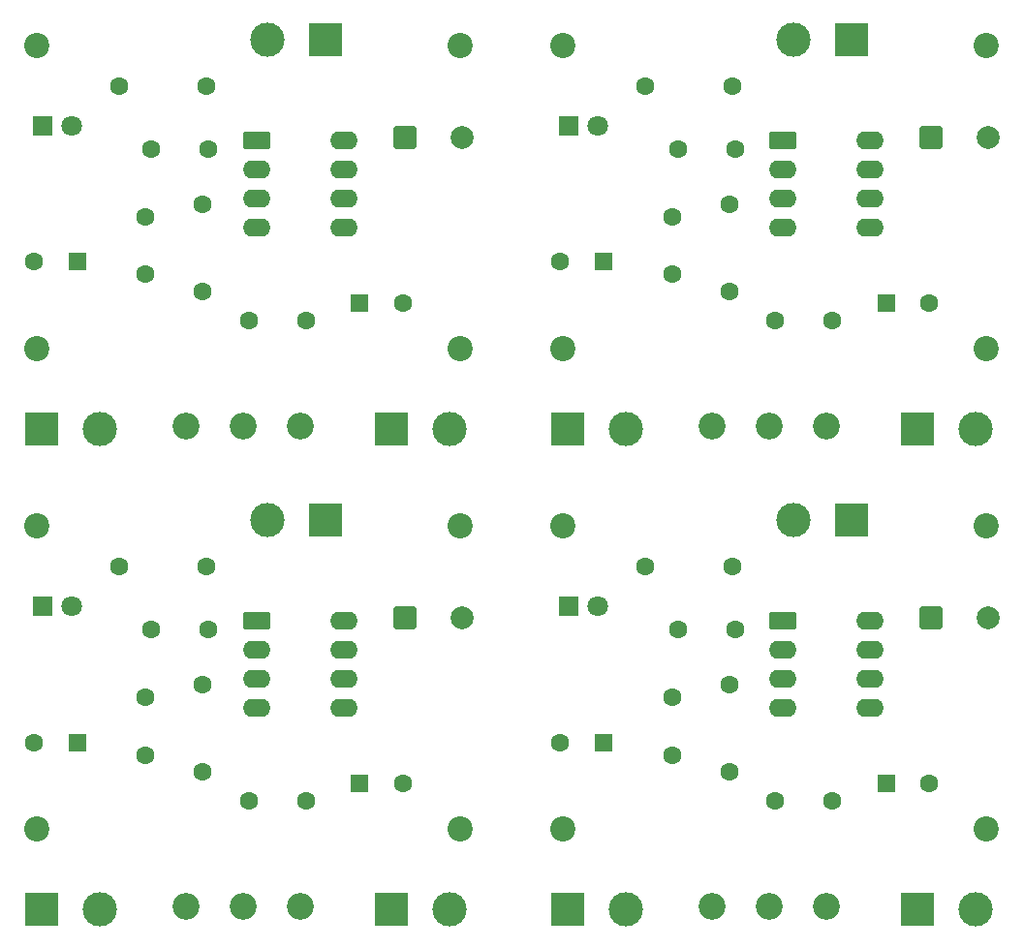
<source format=gbr>
%TF.GenerationSoftware,KiCad,Pcbnew,9.0.4*%
%TF.CreationDate,2025-08-28T09:54:46+02:00*%
%TF.ProjectId,TDA7267_2x2_panel,54444137-3236-4375-9f32-78325f70616e,rev?*%
%TF.SameCoordinates,Original*%
%TF.FileFunction,Soldermask,Top*%
%TF.FilePolarity,Negative*%
%FSLAX46Y46*%
G04 Gerber Fmt 4.6, Leading zero omitted, Abs format (unit mm)*
G04 Created by KiCad (PCBNEW 9.0.4) date 2025-08-28 09:54:46*
%MOMM*%
%LPD*%
G01*
G04 APERTURE LIST*
G04 Aperture macros list*
%AMRoundRect*
0 Rectangle with rounded corners*
0 $1 Rounding radius*
0 $2 $3 $4 $5 $6 $7 $8 $9 X,Y pos of 4 corners*
0 Add a 4 corners polygon primitive as box body*
4,1,4,$2,$3,$4,$5,$6,$7,$8,$9,$2,$3,0*
0 Add four circle primitives for the rounded corners*
1,1,$1+$1,$2,$3*
1,1,$1+$1,$4,$5*
1,1,$1+$1,$6,$7*
1,1,$1+$1,$8,$9*
0 Add four rect primitives between the rounded corners*
20,1,$1+$1,$2,$3,$4,$5,0*
20,1,$1+$1,$4,$5,$6,$7,0*
20,1,$1+$1,$6,$7,$8,$9,0*
20,1,$1+$1,$8,$9,$2,$3,0*%
G04 Aperture macros list end*
%ADD10RoundRect,0.250000X-0.950000X-0.550000X0.950000X-0.550000X0.950000X0.550000X-0.950000X0.550000X0*%
%ADD11O,2.400000X1.600000*%
%ADD12C,2.200000*%
%ADD13RoundRect,0.250000X-0.550000X-0.550000X0.550000X-0.550000X0.550000X0.550000X-0.550000X0.550000X0*%
%ADD14C,1.600000*%
%ADD15RoundRect,0.250000X0.550000X0.550000X-0.550000X0.550000X-0.550000X-0.550000X0.550000X-0.550000X0*%
%ADD16RoundRect,0.250000X-0.750000X-0.750000X0.750000X-0.750000X0.750000X0.750000X-0.750000X0.750000X0*%
%ADD17C,2.000000*%
%ADD18R,1.800000X1.800000*%
%ADD19C,1.800000*%
%ADD20R,3.000000X3.000000*%
%ADD21C,3.000000*%
%ADD22C,2.340000*%
G04 APERTURE END LIST*
D10*
%TO.C,U1*%
X94190000Y-82300000D03*
D11*
X94190000Y-84840000D03*
X94190000Y-87380000D03*
X94190000Y-89920000D03*
X101810000Y-89920000D03*
X101810000Y-87380000D03*
X101810000Y-84840000D03*
X101810000Y-82300000D03*
%TD*%
D12*
%TO.C,H4*%
X112000000Y-100550000D03*
%TD*%
D13*
%TO.C,C2*%
X103197349Y-96550000D03*
D14*
X106997349Y-96550000D03*
%TD*%
D15*
%TO.C,C4*%
X78500000Y-92950000D03*
D14*
X74700000Y-92950000D03*
%TD*%
D16*
%TO.C,C6*%
X107132323Y-82050000D03*
D17*
X112132323Y-82050000D03*
%TD*%
D18*
%TO.C,D1*%
X75460000Y-81050000D03*
D19*
X78000000Y-81050000D03*
%TD*%
D14*
%TO.C,C3*%
X84500000Y-94050000D03*
X84500000Y-89050000D03*
%TD*%
D12*
%TO.C,H1*%
X75000000Y-74050000D03*
%TD*%
%TO.C,H2*%
X112000000Y-74050000D03*
%TD*%
D14*
%TO.C,R1*%
X89500000Y-95550000D03*
X89500000Y-87930000D03*
%TD*%
D20*
%TO.C,OUT1*%
X100190000Y-73550000D03*
D21*
X95110000Y-73550000D03*
%TD*%
D14*
%TO.C,C5*%
X85000000Y-83050000D03*
X90000000Y-83050000D03*
%TD*%
%TO.C,C1*%
X98500000Y-98050000D03*
X93500000Y-98050000D03*
%TD*%
%TO.C,R2*%
X82190000Y-77550000D03*
X89810000Y-77550000D03*
%TD*%
D22*
%TO.C,RV1*%
X88000000Y-107300000D03*
X93000000Y-107300000D03*
X98000000Y-107300000D03*
%TD*%
D20*
%TO.C,VCC1*%
X75420000Y-107550000D03*
D21*
X80500000Y-107550000D03*
%TD*%
D20*
%TO.C,IN1*%
X105960000Y-107550000D03*
D21*
X111040000Y-107550000D03*
%TD*%
D12*
%TO.C,H3*%
X75000000Y-100550000D03*
%TD*%
D10*
%TO.C,U1*%
X140190000Y-40300000D03*
D11*
X140190000Y-42840000D03*
X140190000Y-45380000D03*
X140190000Y-47920000D03*
X147810000Y-47920000D03*
X147810000Y-45380000D03*
X147810000Y-42840000D03*
X147810000Y-40300000D03*
%TD*%
D12*
%TO.C,H4*%
X158000000Y-58550000D03*
%TD*%
D13*
%TO.C,C2*%
X149197349Y-54550000D03*
D14*
X152997349Y-54550000D03*
%TD*%
D15*
%TO.C,C4*%
X124500000Y-50950000D03*
D14*
X120700000Y-50950000D03*
%TD*%
D12*
%TO.C,H1*%
X121000000Y-32050000D03*
%TD*%
D16*
%TO.C,C6*%
X153132323Y-40050000D03*
D17*
X158132323Y-40050000D03*
%TD*%
D14*
%TO.C,C3*%
X130500000Y-52050000D03*
X130500000Y-47050000D03*
%TD*%
D18*
%TO.C,D1*%
X121460000Y-39050000D03*
D19*
X124000000Y-39050000D03*
%TD*%
D12*
%TO.C,H2*%
X158000000Y-32050000D03*
%TD*%
D14*
%TO.C,R1*%
X135500000Y-53550000D03*
X135500000Y-45930000D03*
%TD*%
D20*
%TO.C,OUT1*%
X146190000Y-31550000D03*
D21*
X141110000Y-31550000D03*
%TD*%
D14*
%TO.C,C5*%
X131000000Y-41050000D03*
X136000000Y-41050000D03*
%TD*%
%TO.C,C1*%
X144500000Y-56050000D03*
X139500000Y-56050000D03*
%TD*%
%TO.C,R2*%
X128190000Y-35550000D03*
X135810000Y-35550000D03*
%TD*%
D22*
%TO.C,RV1*%
X134000000Y-65300000D03*
X139000000Y-65300000D03*
X144000000Y-65300000D03*
%TD*%
D20*
%TO.C,VCC1*%
X121420000Y-65550000D03*
D21*
X126500000Y-65550000D03*
%TD*%
D20*
%TO.C,IN1*%
X151960000Y-65550000D03*
D21*
X157040000Y-65550000D03*
%TD*%
D12*
%TO.C,H3*%
X121000000Y-58550000D03*
%TD*%
%TO.C,H4*%
X112000000Y-58550000D03*
%TD*%
D13*
%TO.C,C2*%
X103197349Y-54550000D03*
D14*
X106997349Y-54550000D03*
%TD*%
D15*
%TO.C,C4*%
X78500000Y-50950000D03*
D14*
X74700000Y-50950000D03*
%TD*%
D12*
%TO.C,H1*%
X75000000Y-32050000D03*
%TD*%
D16*
%TO.C,C6*%
X107132323Y-40050000D03*
D17*
X112132323Y-40050000D03*
%TD*%
D18*
%TO.C,D1*%
X75460000Y-39050000D03*
D19*
X78000000Y-39050000D03*
%TD*%
D14*
%TO.C,C3*%
X84500000Y-52050000D03*
X84500000Y-47050000D03*
%TD*%
D10*
%TO.C,U1*%
X94190000Y-40300000D03*
D11*
X94190000Y-42840000D03*
X94190000Y-45380000D03*
X94190000Y-47920000D03*
X101810000Y-47920000D03*
X101810000Y-45380000D03*
X101810000Y-42840000D03*
X101810000Y-40300000D03*
%TD*%
D12*
%TO.C,H2*%
X112000000Y-32050000D03*
%TD*%
D14*
%TO.C,R1*%
X89500000Y-53550000D03*
X89500000Y-45930000D03*
%TD*%
D20*
%TO.C,OUT1*%
X100190000Y-31550000D03*
D21*
X95110000Y-31550000D03*
%TD*%
D14*
%TO.C,C5*%
X85000000Y-41050000D03*
X90000000Y-41050000D03*
%TD*%
%TO.C,C1*%
X98500000Y-56050000D03*
X93500000Y-56050000D03*
%TD*%
%TO.C,R2*%
X82190000Y-35550000D03*
X89810000Y-35550000D03*
%TD*%
D22*
%TO.C,RV1*%
X88000000Y-65300000D03*
X93000000Y-65300000D03*
X98000000Y-65300000D03*
%TD*%
D20*
%TO.C,VCC1*%
X75420000Y-65550000D03*
D21*
X80500000Y-65550000D03*
%TD*%
D20*
%TO.C,IN1*%
X105960000Y-65550000D03*
D21*
X111040000Y-65550000D03*
%TD*%
D12*
%TO.C,H3*%
X75000000Y-58550000D03*
%TD*%
D10*
%TO.C,U1*%
X140190000Y-82300000D03*
D11*
X140190000Y-84840000D03*
X140190000Y-87380000D03*
X140190000Y-89920000D03*
X147810000Y-89920000D03*
X147810000Y-87380000D03*
X147810000Y-84840000D03*
X147810000Y-82300000D03*
%TD*%
D12*
%TO.C,H4*%
X158000000Y-100550000D03*
%TD*%
D13*
%TO.C,C2*%
X149197349Y-96550000D03*
D14*
X152997349Y-96550000D03*
%TD*%
D15*
%TO.C,C4*%
X124500000Y-92950000D03*
D14*
X120700000Y-92950000D03*
%TD*%
D12*
%TO.C,H1*%
X121000000Y-74050000D03*
%TD*%
D16*
%TO.C,C6*%
X153132323Y-82050000D03*
D17*
X158132323Y-82050000D03*
%TD*%
D18*
%TO.C,D1*%
X121460000Y-81050000D03*
D19*
X124000000Y-81050000D03*
%TD*%
D14*
%TO.C,C3*%
X130500000Y-94050000D03*
X130500000Y-89050000D03*
%TD*%
D12*
%TO.C,H2*%
X158000000Y-74050000D03*
%TD*%
%TO.C,H3*%
X121000000Y-100550000D03*
%TD*%
D20*
%TO.C,IN1*%
X151960000Y-107550000D03*
D21*
X157040000Y-107550000D03*
%TD*%
D14*
%TO.C,R1*%
X135500000Y-95550000D03*
X135500000Y-87930000D03*
%TD*%
D20*
%TO.C,OUT1*%
X146190000Y-73550000D03*
D21*
X141110000Y-73550000D03*
%TD*%
D14*
%TO.C,C5*%
X131000000Y-83050000D03*
X136000000Y-83050000D03*
%TD*%
%TO.C,C1*%
X144500000Y-98050000D03*
X139500000Y-98050000D03*
%TD*%
%TO.C,R2*%
X128190000Y-77550000D03*
X135810000Y-77550000D03*
%TD*%
D22*
%TO.C,RV1*%
X134000000Y-107300000D03*
X139000000Y-107300000D03*
X144000000Y-107300000D03*
%TD*%
D20*
%TO.C,VCC1*%
X121420000Y-107550000D03*
D21*
X126500000Y-107550000D03*
%TD*%
M02*

</source>
